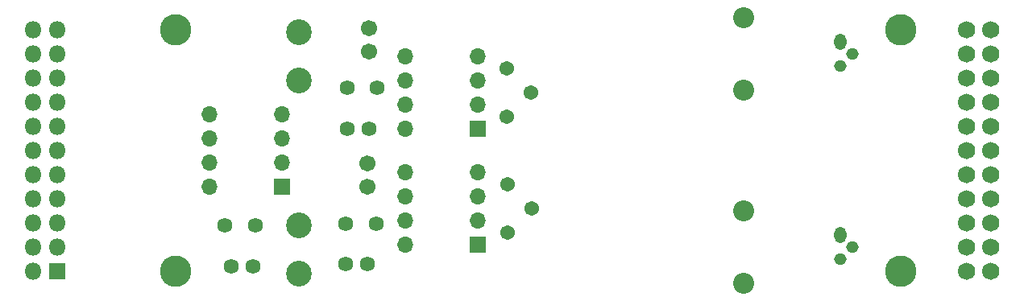
<source format=gbr>
G04 #@! TF.GenerationSoftware,KiCad,Pcbnew,(5.1.2)-1*
G04 #@! TF.CreationDate,2019-11-05T15:06:19-06:00*
G04 #@! TF.ProjectId,optical_digitizer,6f707469-6361-46c5-9f64-69676974697a,rev?*
G04 #@! TF.SameCoordinates,Original*
G04 #@! TF.FileFunction,Soldermask,Bot*
G04 #@! TF.FilePolarity,Negative*
%FSLAX46Y46*%
G04 Gerber Fmt 4.6, Leading zero omitted, Abs format (unit mm)*
G04 Created by KiCad (PCBNEW (5.1.2)-1) date 2019-11-05 15:06:19*
%MOMM*%
%LPD*%
G04 APERTURE LIST*
%ADD10C,0.100000*%
%ADD11C,1.586600*%
%ADD12C,1.701600*%
%ADD13O,1.301600X1.301600*%
%ADD14O,1.301600X1.701600*%
%ADD15C,2.201600*%
%ADD16C,3.301600*%
%ADD17O,1.801600X1.801600*%
%ADD18R,1.801600X1.801600*%
%ADD19C,1.541600*%
%ADD20C,2.701600*%
%ADD21O,1.701600X1.701600*%
%ADD22R,1.701600X1.701600*%
%ADD23C,1.741600*%
G04 APERTURE END LIST*
D10*
X181783000Y-123190000D02*
G75*
G03X181783000Y-123190000I-871000J0D01*
G01*
X179243000Y-123190000D02*
G75*
G03X179243000Y-123190000I-871000J0D01*
G01*
X181783000Y-125730000D02*
G75*
G03X181783000Y-125730000I-871000J0D01*
G01*
X179243000Y-125730000D02*
G75*
G03X179243000Y-125730000I-871000J0D01*
G01*
X181783000Y-128270000D02*
G75*
G03X181783000Y-128270000I-871000J0D01*
G01*
X179243000Y-128270000D02*
G75*
G03X179243000Y-128270000I-871000J0D01*
G01*
X181783000Y-130810000D02*
G75*
G03X181783000Y-130810000I-871000J0D01*
G01*
X179243000Y-130810000D02*
G75*
G03X179243000Y-130810000I-871000J0D01*
G01*
X181783000Y-133350000D02*
G75*
G03X181783000Y-133350000I-871000J0D01*
G01*
X179243000Y-133350000D02*
G75*
G03X179243000Y-133350000I-871000J0D01*
G01*
X181783000Y-135890000D02*
G75*
G03X181783000Y-135890000I-871000J0D01*
G01*
X179243000Y-135890000D02*
G75*
G03X179243000Y-135890000I-871000J0D01*
G01*
X181783000Y-138430000D02*
G75*
G03X181783000Y-138430000I-871000J0D01*
G01*
X179243000Y-138430000D02*
G75*
G03X179243000Y-138430000I-871000J0D01*
G01*
X181783000Y-140970000D02*
G75*
G03X181783000Y-140970000I-871000J0D01*
G01*
X179243000Y-140970000D02*
G75*
G03X179243000Y-140970000I-871000J0D01*
G01*
X181783000Y-143510000D02*
G75*
G03X181783000Y-143510000I-871000J0D01*
G01*
X179243000Y-143510000D02*
G75*
G03X179243000Y-143510000I-871000J0D01*
G01*
X181783000Y-146050000D02*
G75*
G03X181783000Y-146050000I-871000J0D01*
G01*
X179243000Y-146050000D02*
G75*
G03X179243000Y-146050000I-871000J0D01*
G01*
X181783000Y-148590000D02*
G75*
G03X181783000Y-148590000I-871000J0D01*
G01*
X179243000Y-148590000D02*
G75*
G03X179243000Y-148590000I-871000J0D01*
G01*
D11*
X115570000Y-133604000D03*
X113284000Y-133604000D03*
X113284000Y-129286000D03*
X116459000Y-129286000D03*
X113157000Y-147828000D03*
X115443000Y-147828000D03*
X116332000Y-143546001D03*
X113157000Y-143546001D03*
D12*
X115570000Y-125476000D03*
X115570000Y-122976000D03*
X115443000Y-137200000D03*
X115443000Y-139700000D03*
D11*
X103378000Y-148082000D03*
X101092000Y-148082000D03*
X103632000Y-143764000D03*
X100457000Y-143764000D03*
D13*
X165100000Y-127000000D03*
X166370000Y-125730000D03*
D14*
X165100000Y-124460000D03*
D15*
X154940000Y-121920000D03*
X154940000Y-129540000D03*
X154940000Y-149860000D03*
X154940000Y-142240000D03*
D14*
X165100000Y-144780000D03*
D13*
X166370000Y-146050000D03*
X165100000Y-147320000D03*
D16*
X95250000Y-123190000D03*
X171450000Y-123190000D03*
X171450000Y-148590000D03*
X95250000Y-148590000D03*
D17*
X80264000Y-123190000D03*
X82804000Y-123190000D03*
X80264000Y-125730000D03*
X82804000Y-125730000D03*
X80264000Y-128270000D03*
X82804000Y-128270000D03*
X80264000Y-130810000D03*
X82804000Y-130810000D03*
X80264000Y-133350000D03*
X82804000Y-133350000D03*
X80264000Y-135890000D03*
X82804000Y-135890000D03*
X80264000Y-138430000D03*
X82804000Y-138430000D03*
X80264000Y-140970000D03*
X82804000Y-140970000D03*
X80264000Y-143510000D03*
X82804000Y-143510000D03*
X80264000Y-146050000D03*
X82804000Y-146050000D03*
X80264000Y-148590000D03*
D18*
X82804000Y-148590000D03*
D19*
X130048000Y-127254000D03*
X132588000Y-129794000D03*
X130048000Y-132334000D03*
X130175000Y-144526000D03*
X132715000Y-141986000D03*
X130175000Y-139446000D03*
D20*
X108204000Y-123444000D03*
X108204000Y-148844000D03*
X108204000Y-143764000D03*
X108204000Y-128524000D03*
D21*
X119380000Y-133604000D03*
X127000000Y-125984000D03*
X119380000Y-131064000D03*
X127000000Y-128524000D03*
X119380000Y-128524000D03*
X127000000Y-131064000D03*
X119380000Y-125984000D03*
D22*
X127000000Y-133604000D03*
X127000000Y-145796000D03*
D21*
X119380000Y-138176000D03*
X127000000Y-143256000D03*
X119380000Y-140716000D03*
X127000000Y-140716000D03*
X119380000Y-143256000D03*
X127000000Y-138176000D03*
X119380000Y-145796000D03*
X98806000Y-139700000D03*
X106426000Y-132080000D03*
X98806000Y-137160000D03*
X106426000Y-134620000D03*
X98806000Y-134620000D03*
X106426000Y-137160000D03*
X98806000Y-132080000D03*
D22*
X106426000Y-139700000D03*
D23*
X180912000Y-123190000D03*
X178372000Y-123190000D03*
X180912000Y-125730000D03*
X178372000Y-125730000D03*
X180912000Y-128270000D03*
X178372000Y-128270000D03*
X180912000Y-130810000D03*
X178372000Y-130810000D03*
X180912000Y-133350000D03*
X178372000Y-133350000D03*
X180912000Y-135890000D03*
X178372000Y-135890000D03*
X180912000Y-138430000D03*
X178372000Y-138430000D03*
X180912000Y-140970000D03*
X178372000Y-140970000D03*
X180912000Y-143510000D03*
X178372000Y-143510000D03*
X180912000Y-146050000D03*
X178372000Y-146050000D03*
X180912000Y-148590000D03*
X178372000Y-148590000D03*
M02*

</source>
